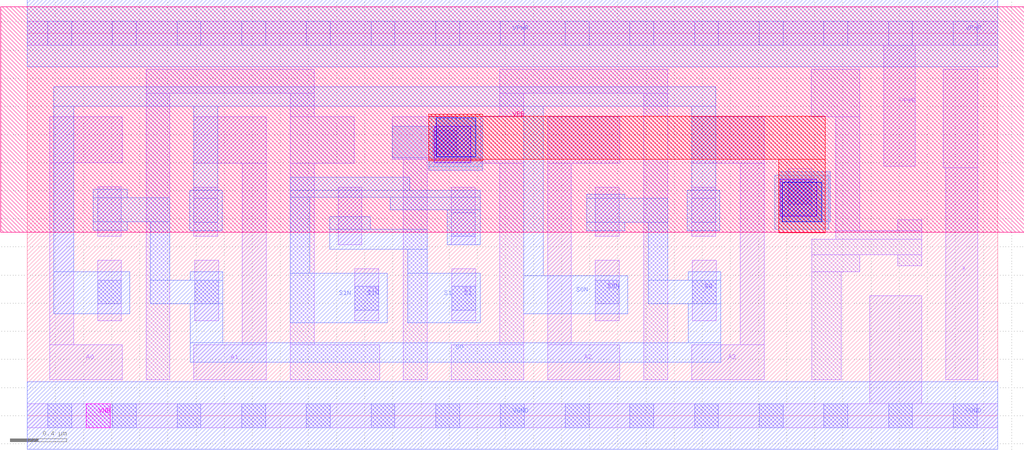
<source format=lef>
VERSION 5.7 ;
  NOWIREEXTENSIONATPIN ON ;
  DIVIDERCHAR "/" ;
  BUSBITCHARS "[]" ;
MACRO custom_mux41_buf
  CLASS CORE ;
  FOREIGN custom_mux41_buf ;
  ORIGIN 0.000 0.000 ;
  SIZE 6.900 BY 2.720 ;
  SYMMETRY X Y R90 ;
  SITE unithd ;
  PIN S0
    ANTENNAGATEAREA 0.216000 ;
    DIRECTION INPUT ;
    USE SIGNAL ;
    PORT
      LAYER li1 ;
        RECT 0.500 1.275 0.670 1.630 ;
        RECT 4.040 1.275 4.210 1.625 ;
        RECT 1.190 0.675 1.360 1.105 ;
        RECT 4.730 0.675 4.900 1.105 ;
      LAYER mcon ;
        RECT 0.500 1.380 0.670 1.550 ;
        RECT 4.040 1.375 4.210 1.545 ;
        RECT 1.190 0.795 1.360 0.965 ;
        RECT 4.730 0.795 4.900 0.965 ;
      LAYER met1 ;
        RECT 0.470 1.550 0.710 1.610 ;
        RECT 0.470 1.380 1.015 1.550 ;
        RECT 0.470 1.320 0.710 1.380 ;
        RECT 0.875 0.965 1.015 1.380 ;
        RECT 3.980 1.545 4.250 1.575 ;
        RECT 3.980 1.375 4.555 1.545 ;
        RECT 3.980 1.315 4.250 1.375 ;
        RECT 1.160 0.965 1.390 1.025 ;
        RECT 0.875 0.795 1.390 0.965 ;
        RECT 4.415 0.965 4.555 1.375 ;
        RECT 4.700 0.965 4.930 1.025 ;
        RECT 4.415 0.795 4.930 0.965 ;
        RECT 1.160 0.520 1.390 0.795 ;
        RECT 4.700 0.520 4.930 0.795 ;
        RECT 1.160 0.380 4.930 0.520 ;
    END
  END S0
  PIN S0N
    ANTENNAGATEAREA 0.216000 ;
    DIRECTION INPUT ;
    USE SIGNAL ;
    PORT
      LAYER li1 ;
        RECT 1.185 1.275 1.355 1.625 ;
        RECT 4.725 1.275 4.895 1.625 ;
        RECT 0.500 0.675 0.670 1.105 ;
        RECT 4.040 0.675 4.210 1.105 ;
      LAYER mcon ;
        RECT 1.185 1.375 1.355 1.545 ;
        RECT 4.725 1.375 4.895 1.545 ;
        RECT 0.500 0.795 0.670 0.965 ;
        RECT 4.040 0.795 4.210 0.965 ;
      LAYER met1 ;
        RECT 0.190 2.200 4.895 2.340 ;
        RECT 0.190 1.025 0.330 2.200 ;
        RECT 1.185 1.605 1.355 2.200 ;
        RECT 1.155 1.315 1.385 1.605 ;
        RECT 0.190 0.725 0.730 1.025 ;
        RECT 3.530 0.995 3.670 2.200 ;
        RECT 4.725 1.605 4.895 2.200 ;
        RECT 4.695 1.315 4.925 1.605 ;
        RECT 3.530 0.725 4.270 0.995 ;
    END
  END S0N
  PIN S1
    ANTENNAGATEAREA 0.108000 ;
    DIRECTION INPUT ;
    USE SIGNAL ;
    PORT
      LAYER li1 ;
        RECT 2.210 1.215 2.380 1.625 ;
        RECT 3.020 0.675 3.190 1.045 ;
      LAYER mcon ;
        RECT 3.020 0.750 3.190 0.920 ;
      LAYER met1 ;
        RECT 2.150 1.325 2.440 1.415 ;
        RECT 2.150 1.185 2.845 1.325 ;
        RECT 2.705 1.015 2.845 1.185 ;
        RECT 2.705 0.660 3.220 1.015 ;
    END
  END S1
  PIN S1N
    ANTENNAGATEAREA 0.108000 ;
    DIRECTION INPUT ;
    USE SIGNAL ;
    PORT
      LAYER li1 ;
        RECT 3.015 1.215 3.185 1.625 ;
        RECT 2.330 0.675 2.500 1.045 ;
      LAYER mcon ;
        RECT 3.015 1.275 3.185 1.445 ;
        RECT 2.330 0.750 2.500 0.920 ;
      LAYER met1 ;
        RECT 1.870 1.605 2.720 1.695 ;
        RECT 1.870 1.555 3.220 1.605 ;
        RECT 1.870 1.015 2.010 1.555 ;
        RECT 2.580 1.465 3.220 1.555 ;
        RECT 2.985 1.215 3.220 1.465 ;
        RECT 1.870 0.660 2.560 1.015 ;
    END
  END S1N
  PIN VGND
    DIRECTION INOUT ;
    SHAPE ABUTMENT ;
    USE GROUND ;
    PORT
      LAYER li1 ;
        RECT 5.990 0.085 6.360 0.855 ;
        RECT 0.000 -0.085 6.900 0.085 ;
      LAYER mcon ;
        RECT 0.145 -0.085 0.315 0.085 ;
        RECT 0.605 -0.085 0.775 0.085 ;
        RECT 1.065 -0.085 1.235 0.085 ;
        RECT 1.525 -0.085 1.695 0.085 ;
        RECT 1.985 -0.085 2.155 0.085 ;
        RECT 2.445 -0.085 2.615 0.085 ;
        RECT 2.905 -0.085 3.075 0.085 ;
        RECT 3.365 -0.085 3.535 0.085 ;
        RECT 3.825 -0.085 3.995 0.085 ;
        RECT 4.285 -0.085 4.455 0.085 ;
        RECT 4.745 -0.085 4.915 0.085 ;
        RECT 5.205 -0.085 5.375 0.085 ;
        RECT 5.665 -0.085 5.835 0.085 ;
        RECT 6.125 -0.085 6.295 0.085 ;
        RECT 6.585 -0.085 6.755 0.085 ;
      LAYER met1 ;
        RECT 0.000 -0.240 6.900 0.240 ;
    END
  END VGND
  PIN VPWR
    DIRECTION INOUT ;
    SHAPE ABUTMENT ;
    USE POWER ;
    PORT
      LAYER li1 ;
        RECT 0.000 2.635 6.900 2.805 ;
        RECT 6.090 1.775 6.315 2.635 ;
      LAYER mcon ;
        RECT 0.145 2.635 0.315 2.805 ;
        RECT 0.605 2.635 0.775 2.805 ;
        RECT 1.065 2.635 1.235 2.805 ;
        RECT 1.525 2.635 1.695 2.805 ;
        RECT 1.985 2.635 2.155 2.805 ;
        RECT 2.445 2.635 2.615 2.805 ;
        RECT 2.905 2.635 3.075 2.805 ;
        RECT 3.365 2.635 3.535 2.805 ;
        RECT 3.825 2.635 3.995 2.805 ;
        RECT 4.285 2.635 4.455 2.805 ;
        RECT 4.745 2.635 4.915 2.805 ;
        RECT 5.205 2.635 5.375 2.805 ;
        RECT 5.665 2.635 5.835 2.805 ;
        RECT 6.125 2.635 6.295 2.805 ;
        RECT 6.585 2.635 6.755 2.805 ;
      LAYER met1 ;
        RECT 0.000 2.480 6.900 2.960 ;
    END
  END VPWR
  PIN VPB
    DIRECTION INOUT ;
    USE POWER ;
    PORT
      LAYER nwell ;
        RECT -0.190 1.305 7.090 2.910 ;
    END
  END VPB
  PIN VNB
    DIRECTION INOUT ;
    USE GROUND ;
    PORT
      LAYER pwell ;
        RECT 0.420 -0.085 0.590 0.085 ;
    END
  END VNB
  PIN X
    ANTENNADIFFAREA 0.383600 ;
    DIRECTION OUTPUT ;
    USE SIGNAL ;
    PORT
      LAYER li1 ;
        RECT 6.515 1.765 6.760 2.465 ;
        RECT 6.530 0.255 6.760 1.765 ;
    END
  END X
  PIN A3
    ANTENNADIFFAREA 0.190800 ;
    DIRECTION INPUT ;
    USE SIGNAL ;
    PORT
      LAYER li1 ;
        RECT 4.725 1.795 5.240 2.125 ;
        RECT 5.070 0.505 5.240 1.795 ;
        RECT 4.725 0.255 5.240 0.505 ;
    END
  END A3
  PIN A2
    ANTENNADIFFAREA 0.187200 ;
    DIRECTION INPUT ;
    USE SIGNAL ;
    PORT
      LAYER li1 ;
        RECT 3.700 1.795 4.215 2.125 ;
        RECT 3.700 0.505 3.870 1.795 ;
        RECT 3.700 0.255 4.215 0.505 ;
    END
  END A2
  PIN A0
    ANTENNADIFFAREA 0.187200 ;
    DIRECTION INPUT ;
    USE SIGNAL ;
    PORT
      LAYER li1 ;
        RECT 0.160 1.800 0.675 2.125 ;
        RECT 0.160 0.505 0.330 1.800 ;
        RECT 0.160 0.255 0.675 0.505 ;
    END
  END A0
  PIN A1
    ANTENNADIFFAREA 0.190800 ;
    DIRECTION INPUT ;
    USE SIGNAL ;
    PORT
      LAYER li1 ;
        RECT 1.185 1.795 1.700 2.125 ;
        RECT 1.530 0.505 1.700 1.795 ;
        RECT 1.185 0.255 1.700 0.505 ;
    END
  END A1
  OBS
      LAYER li1 ;
        RECT 0.845 2.295 2.040 2.465 ;
        RECT 0.845 0.255 1.015 2.295 ;
        RECT 1.870 2.125 2.040 2.295 ;
        RECT 3.360 2.295 4.555 2.465 ;
        RECT 3.360 2.125 3.530 2.295 ;
        RECT 1.870 1.795 2.325 2.125 ;
        RECT 2.595 1.825 3.055 2.125 ;
        RECT 1.870 0.505 2.040 1.795 ;
        RECT 1.870 0.255 2.505 0.505 ;
        RECT 2.675 0.255 2.845 1.825 ;
        RECT 3.225 1.795 3.530 2.125 ;
        RECT 3.360 0.505 3.530 1.795 ;
        RECT 3.015 0.255 3.530 0.505 ;
        RECT 4.385 0.255 4.555 2.295 ;
        RECT 5.575 2.125 5.920 2.465 ;
        RECT 5.410 1.425 5.580 1.755 ;
        RECT 5.750 1.315 5.920 2.125 ;
        RECT 6.190 1.315 6.360 1.395 ;
        RECT 5.750 1.255 6.360 1.315 ;
        RECT 5.580 1.145 6.360 1.255 ;
        RECT 5.580 1.025 5.920 1.145 ;
        RECT 6.190 1.065 6.360 1.145 ;
        RECT 5.580 0.255 5.790 1.025 ;
      LAYER mcon ;
        RECT 2.885 1.860 3.055 2.030 ;
        RECT 5.410 1.505 5.580 1.675 ;
      LAYER met1 ;
        RECT 2.595 1.835 3.240 2.060 ;
        RECT 2.855 1.745 3.240 1.835 ;
        RECT 5.345 1.380 5.710 1.735 ;
      LAYER via ;
        RECT 2.895 1.800 3.155 2.060 ;
        RECT 5.355 1.420 5.615 1.680 ;
      LAYER met2 ;
        RECT 2.855 1.770 3.240 2.120 ;
        RECT 5.315 1.325 5.700 1.710 ;
      LAYER via2 ;
        RECT 2.910 1.840 3.190 2.120 ;
        RECT 5.370 1.380 5.650 1.660 ;
      LAYER met3 ;
        RECT 2.855 2.130 3.240 2.145 ;
        RECT 2.855 1.825 5.675 2.130 ;
        RECT 2.855 1.815 3.240 1.825 ;
        RECT 5.345 1.300 5.675 1.825 ;
  END
END custom_mux41_buf
END LIBRARY


</source>
